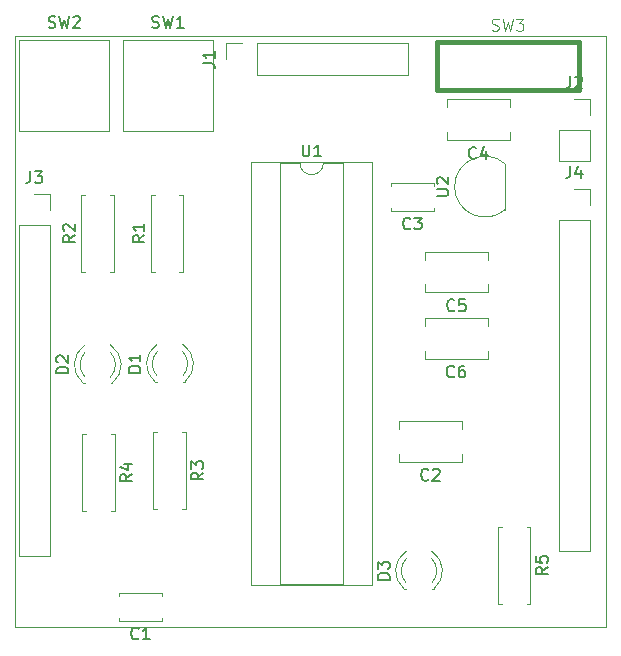
<source format=gbr>
%TF.GenerationSoftware,KiCad,Pcbnew,7.0.1*%
%TF.CreationDate,2023-04-16T18:59:37-05:00*%
%TF.ProjectId,HW4,4857342e-6b69-4636-9164-5f7063625858,rev?*%
%TF.SameCoordinates,Original*%
%TF.FileFunction,Legend,Top*%
%TF.FilePolarity,Positive*%
%FSLAX46Y46*%
G04 Gerber Fmt 4.6, Leading zero omitted, Abs format (unit mm)*
G04 Created by KiCad (PCBNEW 7.0.1) date 2023-04-16 18:59:37*
%MOMM*%
%LPD*%
G01*
G04 APERTURE LIST*
%ADD10C,0.150000*%
%ADD11C,0.100000*%
%ADD12C,0.120000*%
%ADD13C,0.400000*%
%TA.AperFunction,Profile*%
%ADD14C,0.100000*%
%TD*%
G04 APERTURE END LIST*
D10*
%TO.C,C1*%
X110423926Y-150973218D02*
X110376307Y-151020838D01*
X110376307Y-151020838D02*
X110233450Y-151068457D01*
X110233450Y-151068457D02*
X110138212Y-151068457D01*
X110138212Y-151068457D02*
X109995355Y-151020838D01*
X109995355Y-151020838D02*
X109900117Y-150925599D01*
X109900117Y-150925599D02*
X109852498Y-150830361D01*
X109852498Y-150830361D02*
X109804879Y-150639885D01*
X109804879Y-150639885D02*
X109804879Y-150497028D01*
X109804879Y-150497028D02*
X109852498Y-150306552D01*
X109852498Y-150306552D02*
X109900117Y-150211314D01*
X109900117Y-150211314D02*
X109995355Y-150116076D01*
X109995355Y-150116076D02*
X110138212Y-150068457D01*
X110138212Y-150068457D02*
X110233450Y-150068457D01*
X110233450Y-150068457D02*
X110376307Y-150116076D01*
X110376307Y-150116076D02*
X110423926Y-150163695D01*
X111376307Y-151068457D02*
X110804879Y-151068457D01*
X111090593Y-151068457D02*
X111090593Y-150068457D01*
X111090593Y-150068457D02*
X110995355Y-150211314D01*
X110995355Y-150211314D02*
X110900117Y-150306552D01*
X110900117Y-150306552D02*
X110804879Y-150354171D01*
%TO.C,U2*%
X135667432Y-113495806D02*
X136476955Y-113495806D01*
X136476955Y-113495806D02*
X136572193Y-113448187D01*
X136572193Y-113448187D02*
X136619813Y-113400568D01*
X136619813Y-113400568D02*
X136667432Y-113305330D01*
X136667432Y-113305330D02*
X136667432Y-113114854D01*
X136667432Y-113114854D02*
X136619813Y-113019616D01*
X136619813Y-113019616D02*
X136572193Y-112971997D01*
X136572193Y-112971997D02*
X136476955Y-112924378D01*
X136476955Y-112924378D02*
X135667432Y-112924378D01*
X135762670Y-112495806D02*
X135715051Y-112448187D01*
X135715051Y-112448187D02*
X135667432Y-112352949D01*
X135667432Y-112352949D02*
X135667432Y-112114854D01*
X135667432Y-112114854D02*
X135715051Y-112019616D01*
X135715051Y-112019616D02*
X135762670Y-111971997D01*
X135762670Y-111971997D02*
X135857908Y-111924378D01*
X135857908Y-111924378D02*
X135953146Y-111924378D01*
X135953146Y-111924378D02*
X136096003Y-111971997D01*
X136096003Y-111971997D02*
X136667432Y-112543425D01*
X136667432Y-112543425D02*
X136667432Y-111924378D01*
%TO.C,U1*%
X124322189Y-109172222D02*
X124322189Y-109981745D01*
X124322189Y-109981745D02*
X124369808Y-110076983D01*
X124369808Y-110076983D02*
X124417427Y-110124603D01*
X124417427Y-110124603D02*
X124512665Y-110172222D01*
X124512665Y-110172222D02*
X124703141Y-110172222D01*
X124703141Y-110172222D02*
X124798379Y-110124603D01*
X124798379Y-110124603D02*
X124845998Y-110076983D01*
X124845998Y-110076983D02*
X124893617Y-109981745D01*
X124893617Y-109981745D02*
X124893617Y-109172222D01*
X125893617Y-110172222D02*
X125322189Y-110172222D01*
X125607903Y-110172222D02*
X125607903Y-109172222D01*
X125607903Y-109172222D02*
X125512665Y-109315079D01*
X125512665Y-109315079D02*
X125417427Y-109410317D01*
X125417427Y-109410317D02*
X125322189Y-109457936D01*
D11*
%TO.C,SW3*%
X140345191Y-99475000D02*
X140488048Y-99522619D01*
X140488048Y-99522619D02*
X140726143Y-99522619D01*
X140726143Y-99522619D02*
X140821381Y-99475000D01*
X140821381Y-99475000D02*
X140869000Y-99427380D01*
X140869000Y-99427380D02*
X140916619Y-99332142D01*
X140916619Y-99332142D02*
X140916619Y-99236904D01*
X140916619Y-99236904D02*
X140869000Y-99141666D01*
X140869000Y-99141666D02*
X140821381Y-99094047D01*
X140821381Y-99094047D02*
X140726143Y-99046428D01*
X140726143Y-99046428D02*
X140535667Y-98998809D01*
X140535667Y-98998809D02*
X140440429Y-98951190D01*
X140440429Y-98951190D02*
X140392810Y-98903571D01*
X140392810Y-98903571D02*
X140345191Y-98808333D01*
X140345191Y-98808333D02*
X140345191Y-98713095D01*
X140345191Y-98713095D02*
X140392810Y-98617857D01*
X140392810Y-98617857D02*
X140440429Y-98570238D01*
X140440429Y-98570238D02*
X140535667Y-98522619D01*
X140535667Y-98522619D02*
X140773762Y-98522619D01*
X140773762Y-98522619D02*
X140916619Y-98570238D01*
X141249953Y-98522619D02*
X141488048Y-99522619D01*
X141488048Y-99522619D02*
X141678524Y-98808333D01*
X141678524Y-98808333D02*
X141869000Y-99522619D01*
X141869000Y-99522619D02*
X142107096Y-98522619D01*
X142392810Y-98522619D02*
X143011857Y-98522619D01*
X143011857Y-98522619D02*
X142678524Y-98903571D01*
X142678524Y-98903571D02*
X142821381Y-98903571D01*
X142821381Y-98903571D02*
X142916619Y-98951190D01*
X142916619Y-98951190D02*
X142964238Y-98998809D01*
X142964238Y-98998809D02*
X143011857Y-99094047D01*
X143011857Y-99094047D02*
X143011857Y-99332142D01*
X143011857Y-99332142D02*
X142964238Y-99427380D01*
X142964238Y-99427380D02*
X142916619Y-99475000D01*
X142916619Y-99475000D02*
X142821381Y-99522619D01*
X142821381Y-99522619D02*
X142535667Y-99522619D01*
X142535667Y-99522619D02*
X142440429Y-99475000D01*
X142440429Y-99475000D02*
X142392810Y-99427380D01*
D10*
%TO.C,SW2*%
X102806667Y-99245000D02*
X102949524Y-99292619D01*
X102949524Y-99292619D02*
X103187619Y-99292619D01*
X103187619Y-99292619D02*
X103282857Y-99245000D01*
X103282857Y-99245000D02*
X103330476Y-99197380D01*
X103330476Y-99197380D02*
X103378095Y-99102142D01*
X103378095Y-99102142D02*
X103378095Y-99006904D01*
X103378095Y-99006904D02*
X103330476Y-98911666D01*
X103330476Y-98911666D02*
X103282857Y-98864047D01*
X103282857Y-98864047D02*
X103187619Y-98816428D01*
X103187619Y-98816428D02*
X102997143Y-98768809D01*
X102997143Y-98768809D02*
X102901905Y-98721190D01*
X102901905Y-98721190D02*
X102854286Y-98673571D01*
X102854286Y-98673571D02*
X102806667Y-98578333D01*
X102806667Y-98578333D02*
X102806667Y-98483095D01*
X102806667Y-98483095D02*
X102854286Y-98387857D01*
X102854286Y-98387857D02*
X102901905Y-98340238D01*
X102901905Y-98340238D02*
X102997143Y-98292619D01*
X102997143Y-98292619D02*
X103235238Y-98292619D01*
X103235238Y-98292619D02*
X103378095Y-98340238D01*
X103711429Y-98292619D02*
X103949524Y-99292619D01*
X103949524Y-99292619D02*
X104140000Y-98578333D01*
X104140000Y-98578333D02*
X104330476Y-99292619D01*
X104330476Y-99292619D02*
X104568572Y-98292619D01*
X104901905Y-98387857D02*
X104949524Y-98340238D01*
X104949524Y-98340238D02*
X105044762Y-98292619D01*
X105044762Y-98292619D02*
X105282857Y-98292619D01*
X105282857Y-98292619D02*
X105378095Y-98340238D01*
X105378095Y-98340238D02*
X105425714Y-98387857D01*
X105425714Y-98387857D02*
X105473333Y-98483095D01*
X105473333Y-98483095D02*
X105473333Y-98578333D01*
X105473333Y-98578333D02*
X105425714Y-98721190D01*
X105425714Y-98721190D02*
X104854286Y-99292619D01*
X104854286Y-99292619D02*
X105473333Y-99292619D01*
%TO.C,SW1*%
X111573815Y-99241996D02*
X111716672Y-99289615D01*
X111716672Y-99289615D02*
X111954767Y-99289615D01*
X111954767Y-99289615D02*
X112050005Y-99241996D01*
X112050005Y-99241996D02*
X112097624Y-99194376D01*
X112097624Y-99194376D02*
X112145243Y-99099138D01*
X112145243Y-99099138D02*
X112145243Y-99003900D01*
X112145243Y-99003900D02*
X112097624Y-98908662D01*
X112097624Y-98908662D02*
X112050005Y-98861043D01*
X112050005Y-98861043D02*
X111954767Y-98813424D01*
X111954767Y-98813424D02*
X111764291Y-98765805D01*
X111764291Y-98765805D02*
X111669053Y-98718186D01*
X111669053Y-98718186D02*
X111621434Y-98670567D01*
X111621434Y-98670567D02*
X111573815Y-98575329D01*
X111573815Y-98575329D02*
X111573815Y-98480091D01*
X111573815Y-98480091D02*
X111621434Y-98384853D01*
X111621434Y-98384853D02*
X111669053Y-98337234D01*
X111669053Y-98337234D02*
X111764291Y-98289615D01*
X111764291Y-98289615D02*
X112002386Y-98289615D01*
X112002386Y-98289615D02*
X112145243Y-98337234D01*
X112478577Y-98289615D02*
X112716672Y-99289615D01*
X112716672Y-99289615D02*
X112907148Y-98575329D01*
X112907148Y-98575329D02*
X113097624Y-99289615D01*
X113097624Y-99289615D02*
X113335720Y-98289615D01*
X114240481Y-99289615D02*
X113669053Y-99289615D01*
X113954767Y-99289615D02*
X113954767Y-98289615D01*
X113954767Y-98289615D02*
X113859529Y-98432472D01*
X113859529Y-98432472D02*
X113764291Y-98527710D01*
X113764291Y-98527710D02*
X113669053Y-98575329D01*
%TO.C,R5*%
X145072619Y-144946666D02*
X144596428Y-145279999D01*
X145072619Y-145518094D02*
X144072619Y-145518094D01*
X144072619Y-145518094D02*
X144072619Y-145137142D01*
X144072619Y-145137142D02*
X144120238Y-145041904D01*
X144120238Y-145041904D02*
X144167857Y-144994285D01*
X144167857Y-144994285D02*
X144263095Y-144946666D01*
X144263095Y-144946666D02*
X144405952Y-144946666D01*
X144405952Y-144946666D02*
X144501190Y-144994285D01*
X144501190Y-144994285D02*
X144548809Y-145041904D01*
X144548809Y-145041904D02*
X144596428Y-145137142D01*
X144596428Y-145137142D02*
X144596428Y-145518094D01*
X144072619Y-144041904D02*
X144072619Y-144518094D01*
X144072619Y-144518094D02*
X144548809Y-144565713D01*
X144548809Y-144565713D02*
X144501190Y-144518094D01*
X144501190Y-144518094D02*
X144453571Y-144422856D01*
X144453571Y-144422856D02*
X144453571Y-144184761D01*
X144453571Y-144184761D02*
X144501190Y-144089523D01*
X144501190Y-144089523D02*
X144548809Y-144041904D01*
X144548809Y-144041904D02*
X144644047Y-143994285D01*
X144644047Y-143994285D02*
X144882142Y-143994285D01*
X144882142Y-143994285D02*
X144977380Y-144041904D01*
X144977380Y-144041904D02*
X145025000Y-144089523D01*
X145025000Y-144089523D02*
X145072619Y-144184761D01*
X145072619Y-144184761D02*
X145072619Y-144422856D01*
X145072619Y-144422856D02*
X145025000Y-144518094D01*
X145025000Y-144518094D02*
X144977380Y-144565713D01*
%TO.C,R4*%
X109871394Y-137086970D02*
X109395203Y-137420303D01*
X109871394Y-137658398D02*
X108871394Y-137658398D01*
X108871394Y-137658398D02*
X108871394Y-137277446D01*
X108871394Y-137277446D02*
X108919013Y-137182208D01*
X108919013Y-137182208D02*
X108966632Y-137134589D01*
X108966632Y-137134589D02*
X109061870Y-137086970D01*
X109061870Y-137086970D02*
X109204727Y-137086970D01*
X109204727Y-137086970D02*
X109299965Y-137134589D01*
X109299965Y-137134589D02*
X109347584Y-137182208D01*
X109347584Y-137182208D02*
X109395203Y-137277446D01*
X109395203Y-137277446D02*
X109395203Y-137658398D01*
X109204727Y-136229827D02*
X109871394Y-136229827D01*
X108823775Y-136467922D02*
X109538060Y-136706017D01*
X109538060Y-136706017D02*
X109538060Y-136086970D01*
%TO.C,R3*%
X115895025Y-136942258D02*
X115418834Y-137275591D01*
X115895025Y-137513686D02*
X114895025Y-137513686D01*
X114895025Y-137513686D02*
X114895025Y-137132734D01*
X114895025Y-137132734D02*
X114942644Y-137037496D01*
X114942644Y-137037496D02*
X114990263Y-136989877D01*
X114990263Y-136989877D02*
X115085501Y-136942258D01*
X115085501Y-136942258D02*
X115228358Y-136942258D01*
X115228358Y-136942258D02*
X115323596Y-136989877D01*
X115323596Y-136989877D02*
X115371215Y-137037496D01*
X115371215Y-137037496D02*
X115418834Y-137132734D01*
X115418834Y-137132734D02*
X115418834Y-137513686D01*
X114895025Y-136608924D02*
X114895025Y-135989877D01*
X114895025Y-135989877D02*
X115275977Y-136323210D01*
X115275977Y-136323210D02*
X115275977Y-136180353D01*
X115275977Y-136180353D02*
X115323596Y-136085115D01*
X115323596Y-136085115D02*
X115371215Y-136037496D01*
X115371215Y-136037496D02*
X115466453Y-135989877D01*
X115466453Y-135989877D02*
X115704548Y-135989877D01*
X115704548Y-135989877D02*
X115799786Y-136037496D01*
X115799786Y-136037496D02*
X115847406Y-136085115D01*
X115847406Y-136085115D02*
X115895025Y-136180353D01*
X115895025Y-136180353D02*
X115895025Y-136466067D01*
X115895025Y-136466067D02*
X115847406Y-136561305D01*
X115847406Y-136561305D02*
X115799786Y-136608924D01*
%TO.C,R2*%
X105030403Y-116851407D02*
X104554212Y-117184740D01*
X105030403Y-117422835D02*
X104030403Y-117422835D01*
X104030403Y-117422835D02*
X104030403Y-117041883D01*
X104030403Y-117041883D02*
X104078022Y-116946645D01*
X104078022Y-116946645D02*
X104125641Y-116899026D01*
X104125641Y-116899026D02*
X104220879Y-116851407D01*
X104220879Y-116851407D02*
X104363736Y-116851407D01*
X104363736Y-116851407D02*
X104458974Y-116899026D01*
X104458974Y-116899026D02*
X104506593Y-116946645D01*
X104506593Y-116946645D02*
X104554212Y-117041883D01*
X104554212Y-117041883D02*
X104554212Y-117422835D01*
X104125641Y-116470454D02*
X104078022Y-116422835D01*
X104078022Y-116422835D02*
X104030403Y-116327597D01*
X104030403Y-116327597D02*
X104030403Y-116089502D01*
X104030403Y-116089502D02*
X104078022Y-115994264D01*
X104078022Y-115994264D02*
X104125641Y-115946645D01*
X104125641Y-115946645D02*
X104220879Y-115899026D01*
X104220879Y-115899026D02*
X104316117Y-115899026D01*
X104316117Y-115899026D02*
X104458974Y-115946645D01*
X104458974Y-115946645D02*
X105030403Y-116518073D01*
X105030403Y-116518073D02*
X105030403Y-115899026D01*
%TO.C,R1*%
X110927411Y-116851407D02*
X110451220Y-117184740D01*
X110927411Y-117422835D02*
X109927411Y-117422835D01*
X109927411Y-117422835D02*
X109927411Y-117041883D01*
X109927411Y-117041883D02*
X109975030Y-116946645D01*
X109975030Y-116946645D02*
X110022649Y-116899026D01*
X110022649Y-116899026D02*
X110117887Y-116851407D01*
X110117887Y-116851407D02*
X110260744Y-116851407D01*
X110260744Y-116851407D02*
X110355982Y-116899026D01*
X110355982Y-116899026D02*
X110403601Y-116946645D01*
X110403601Y-116946645D02*
X110451220Y-117041883D01*
X110451220Y-117041883D02*
X110451220Y-117422835D01*
X110927411Y-115899026D02*
X110927411Y-116470454D01*
X110927411Y-116184740D02*
X109927411Y-116184740D01*
X109927411Y-116184740D02*
X110070268Y-116279978D01*
X110070268Y-116279978D02*
X110165506Y-116375216D01*
X110165506Y-116375216D02*
X110213125Y-116470454D01*
%TO.C,J4*%
X146986666Y-110992619D02*
X146986666Y-111706904D01*
X146986666Y-111706904D02*
X146939047Y-111849761D01*
X146939047Y-111849761D02*
X146843809Y-111945000D01*
X146843809Y-111945000D02*
X146700952Y-111992619D01*
X146700952Y-111992619D02*
X146605714Y-111992619D01*
X147891428Y-111325952D02*
X147891428Y-111992619D01*
X147653333Y-110945000D02*
X147415238Y-111659285D01*
X147415238Y-111659285D02*
X148034285Y-111659285D01*
%TO.C,J3*%
X101262160Y-111416208D02*
X101262160Y-112130493D01*
X101262160Y-112130493D02*
X101214541Y-112273350D01*
X101214541Y-112273350D02*
X101119303Y-112368589D01*
X101119303Y-112368589D02*
X100976446Y-112416208D01*
X100976446Y-112416208D02*
X100881208Y-112416208D01*
X101643113Y-111416208D02*
X102262160Y-111416208D01*
X102262160Y-111416208D02*
X101928827Y-111797160D01*
X101928827Y-111797160D02*
X102071684Y-111797160D01*
X102071684Y-111797160D02*
X102166922Y-111844779D01*
X102166922Y-111844779D02*
X102214541Y-111892398D01*
X102214541Y-111892398D02*
X102262160Y-111987636D01*
X102262160Y-111987636D02*
X102262160Y-112225731D01*
X102262160Y-112225731D02*
X102214541Y-112320969D01*
X102214541Y-112320969D02*
X102166922Y-112368589D01*
X102166922Y-112368589D02*
X102071684Y-112416208D01*
X102071684Y-112416208D02*
X101785970Y-112416208D01*
X101785970Y-112416208D02*
X101690732Y-112368589D01*
X101690732Y-112368589D02*
X101643113Y-112320969D01*
%TO.C,J2*%
X146986666Y-103372619D02*
X146986666Y-104086904D01*
X146986666Y-104086904D02*
X146939047Y-104229761D01*
X146939047Y-104229761D02*
X146843809Y-104325000D01*
X146843809Y-104325000D02*
X146700952Y-104372619D01*
X146700952Y-104372619D02*
X146605714Y-104372619D01*
X147415238Y-103467857D02*
X147462857Y-103420238D01*
X147462857Y-103420238D02*
X147558095Y-103372619D01*
X147558095Y-103372619D02*
X147796190Y-103372619D01*
X147796190Y-103372619D02*
X147891428Y-103420238D01*
X147891428Y-103420238D02*
X147939047Y-103467857D01*
X147939047Y-103467857D02*
X147986666Y-103563095D01*
X147986666Y-103563095D02*
X147986666Y-103658333D01*
X147986666Y-103658333D02*
X147939047Y-103801190D01*
X147939047Y-103801190D02*
X147367619Y-104372619D01*
X147367619Y-104372619D02*
X147986666Y-104372619D01*
%TO.C,J1*%
X115861558Y-102271016D02*
X116575843Y-102271016D01*
X116575843Y-102271016D02*
X116718700Y-102318635D01*
X116718700Y-102318635D02*
X116813939Y-102413873D01*
X116813939Y-102413873D02*
X116861558Y-102556730D01*
X116861558Y-102556730D02*
X116861558Y-102651968D01*
X116861558Y-101271016D02*
X116861558Y-101842444D01*
X116861558Y-101556730D02*
X115861558Y-101556730D01*
X115861558Y-101556730D02*
X116004415Y-101651968D01*
X116004415Y-101651968D02*
X116099653Y-101747206D01*
X116099653Y-101747206D02*
X116147272Y-101842444D01*
%TO.C,D3*%
X131674933Y-145992178D02*
X130674933Y-145992178D01*
X130674933Y-145992178D02*
X130674933Y-145754083D01*
X130674933Y-145754083D02*
X130722552Y-145611226D01*
X130722552Y-145611226D02*
X130817790Y-145515988D01*
X130817790Y-145515988D02*
X130913028Y-145468369D01*
X130913028Y-145468369D02*
X131103504Y-145420750D01*
X131103504Y-145420750D02*
X131246361Y-145420750D01*
X131246361Y-145420750D02*
X131436837Y-145468369D01*
X131436837Y-145468369D02*
X131532075Y-145515988D01*
X131532075Y-145515988D02*
X131627314Y-145611226D01*
X131627314Y-145611226D02*
X131674933Y-145754083D01*
X131674933Y-145754083D02*
X131674933Y-145992178D01*
X130674933Y-145087416D02*
X130674933Y-144468369D01*
X130674933Y-144468369D02*
X131055885Y-144801702D01*
X131055885Y-144801702D02*
X131055885Y-144658845D01*
X131055885Y-144658845D02*
X131103504Y-144563607D01*
X131103504Y-144563607D02*
X131151123Y-144515988D01*
X131151123Y-144515988D02*
X131246361Y-144468369D01*
X131246361Y-144468369D02*
X131484456Y-144468369D01*
X131484456Y-144468369D02*
X131579694Y-144515988D01*
X131579694Y-144515988D02*
X131627314Y-144563607D01*
X131627314Y-144563607D02*
X131674933Y-144658845D01*
X131674933Y-144658845D02*
X131674933Y-144944559D01*
X131674933Y-144944559D02*
X131627314Y-145039797D01*
X131627314Y-145039797D02*
X131579694Y-145087416D01*
%TO.C,D2*%
X104476581Y-128543787D02*
X103476581Y-128543787D01*
X103476581Y-128543787D02*
X103476581Y-128305692D01*
X103476581Y-128305692D02*
X103524200Y-128162835D01*
X103524200Y-128162835D02*
X103619438Y-128067597D01*
X103619438Y-128067597D02*
X103714676Y-128019978D01*
X103714676Y-128019978D02*
X103905152Y-127972359D01*
X103905152Y-127972359D02*
X104048009Y-127972359D01*
X104048009Y-127972359D02*
X104238485Y-128019978D01*
X104238485Y-128019978D02*
X104333723Y-128067597D01*
X104333723Y-128067597D02*
X104428962Y-128162835D01*
X104428962Y-128162835D02*
X104476581Y-128305692D01*
X104476581Y-128305692D02*
X104476581Y-128543787D01*
X103571819Y-127591406D02*
X103524200Y-127543787D01*
X103524200Y-127543787D02*
X103476581Y-127448549D01*
X103476581Y-127448549D02*
X103476581Y-127210454D01*
X103476581Y-127210454D02*
X103524200Y-127115216D01*
X103524200Y-127115216D02*
X103571819Y-127067597D01*
X103571819Y-127067597D02*
X103667057Y-127019978D01*
X103667057Y-127019978D02*
X103762295Y-127019978D01*
X103762295Y-127019978D02*
X103905152Y-127067597D01*
X103905152Y-127067597D02*
X104476581Y-127639025D01*
X104476581Y-127639025D02*
X104476581Y-127019978D01*
%TO.C,D1*%
X110590657Y-128471431D02*
X109590657Y-128471431D01*
X109590657Y-128471431D02*
X109590657Y-128233336D01*
X109590657Y-128233336D02*
X109638276Y-128090479D01*
X109638276Y-128090479D02*
X109733514Y-127995241D01*
X109733514Y-127995241D02*
X109828752Y-127947622D01*
X109828752Y-127947622D02*
X110019228Y-127900003D01*
X110019228Y-127900003D02*
X110162085Y-127900003D01*
X110162085Y-127900003D02*
X110352561Y-127947622D01*
X110352561Y-127947622D02*
X110447799Y-127995241D01*
X110447799Y-127995241D02*
X110543038Y-128090479D01*
X110543038Y-128090479D02*
X110590657Y-128233336D01*
X110590657Y-128233336D02*
X110590657Y-128471431D01*
X110590657Y-126947622D02*
X110590657Y-127519050D01*
X110590657Y-127233336D02*
X109590657Y-127233336D01*
X109590657Y-127233336D02*
X109733514Y-127328574D01*
X109733514Y-127328574D02*
X109828752Y-127423812D01*
X109828752Y-127423812D02*
X109876371Y-127519050D01*
%TO.C,C6*%
X137152413Y-128780807D02*
X137104794Y-128828427D01*
X137104794Y-128828427D02*
X136961937Y-128876046D01*
X136961937Y-128876046D02*
X136866699Y-128876046D01*
X136866699Y-128876046D02*
X136723842Y-128828427D01*
X136723842Y-128828427D02*
X136628604Y-128733188D01*
X136628604Y-128733188D02*
X136580985Y-128637950D01*
X136580985Y-128637950D02*
X136533366Y-128447474D01*
X136533366Y-128447474D02*
X136533366Y-128304617D01*
X136533366Y-128304617D02*
X136580985Y-128114141D01*
X136580985Y-128114141D02*
X136628604Y-128018903D01*
X136628604Y-128018903D02*
X136723842Y-127923665D01*
X136723842Y-127923665D02*
X136866699Y-127876046D01*
X136866699Y-127876046D02*
X136961937Y-127876046D01*
X136961937Y-127876046D02*
X137104794Y-127923665D01*
X137104794Y-127923665D02*
X137152413Y-127971284D01*
X138009556Y-127876046D02*
X137819080Y-127876046D01*
X137819080Y-127876046D02*
X137723842Y-127923665D01*
X137723842Y-127923665D02*
X137676223Y-127971284D01*
X137676223Y-127971284D02*
X137580985Y-128114141D01*
X137580985Y-128114141D02*
X137533366Y-128304617D01*
X137533366Y-128304617D02*
X137533366Y-128685569D01*
X137533366Y-128685569D02*
X137580985Y-128780807D01*
X137580985Y-128780807D02*
X137628604Y-128828427D01*
X137628604Y-128828427D02*
X137723842Y-128876046D01*
X137723842Y-128876046D02*
X137914318Y-128876046D01*
X137914318Y-128876046D02*
X138009556Y-128828427D01*
X138009556Y-128828427D02*
X138057175Y-128780807D01*
X138057175Y-128780807D02*
X138104794Y-128685569D01*
X138104794Y-128685569D02*
X138104794Y-128447474D01*
X138104794Y-128447474D02*
X138057175Y-128352236D01*
X138057175Y-128352236D02*
X138009556Y-128304617D01*
X138009556Y-128304617D02*
X137914318Y-128256998D01*
X137914318Y-128256998D02*
X137723842Y-128256998D01*
X137723842Y-128256998D02*
X137628604Y-128304617D01*
X137628604Y-128304617D02*
X137580985Y-128352236D01*
X137580985Y-128352236D02*
X137533366Y-128447474D01*
%TO.C,C5*%
X137170502Y-123173223D02*
X137122883Y-123220843D01*
X137122883Y-123220843D02*
X136980026Y-123268462D01*
X136980026Y-123268462D02*
X136884788Y-123268462D01*
X136884788Y-123268462D02*
X136741931Y-123220843D01*
X136741931Y-123220843D02*
X136646693Y-123125604D01*
X136646693Y-123125604D02*
X136599074Y-123030366D01*
X136599074Y-123030366D02*
X136551455Y-122839890D01*
X136551455Y-122839890D02*
X136551455Y-122697033D01*
X136551455Y-122697033D02*
X136599074Y-122506557D01*
X136599074Y-122506557D02*
X136646693Y-122411319D01*
X136646693Y-122411319D02*
X136741931Y-122316081D01*
X136741931Y-122316081D02*
X136884788Y-122268462D01*
X136884788Y-122268462D02*
X136980026Y-122268462D01*
X136980026Y-122268462D02*
X137122883Y-122316081D01*
X137122883Y-122316081D02*
X137170502Y-122363700D01*
X138075264Y-122268462D02*
X137599074Y-122268462D01*
X137599074Y-122268462D02*
X137551455Y-122744652D01*
X137551455Y-122744652D02*
X137599074Y-122697033D01*
X137599074Y-122697033D02*
X137694312Y-122649414D01*
X137694312Y-122649414D02*
X137932407Y-122649414D01*
X137932407Y-122649414D02*
X138027645Y-122697033D01*
X138027645Y-122697033D02*
X138075264Y-122744652D01*
X138075264Y-122744652D02*
X138122883Y-122839890D01*
X138122883Y-122839890D02*
X138122883Y-123077985D01*
X138122883Y-123077985D02*
X138075264Y-123173223D01*
X138075264Y-123173223D02*
X138027645Y-123220843D01*
X138027645Y-123220843D02*
X137932407Y-123268462D01*
X137932407Y-123268462D02*
X137694312Y-123268462D01*
X137694312Y-123268462D02*
X137599074Y-123220843D01*
X137599074Y-123220843D02*
X137551455Y-123173223D01*
%TO.C,C4*%
X139015578Y-110281787D02*
X138967959Y-110329407D01*
X138967959Y-110329407D02*
X138825102Y-110377026D01*
X138825102Y-110377026D02*
X138729864Y-110377026D01*
X138729864Y-110377026D02*
X138587007Y-110329407D01*
X138587007Y-110329407D02*
X138491769Y-110234168D01*
X138491769Y-110234168D02*
X138444150Y-110138930D01*
X138444150Y-110138930D02*
X138396531Y-109948454D01*
X138396531Y-109948454D02*
X138396531Y-109805597D01*
X138396531Y-109805597D02*
X138444150Y-109615121D01*
X138444150Y-109615121D02*
X138491769Y-109519883D01*
X138491769Y-109519883D02*
X138587007Y-109424645D01*
X138587007Y-109424645D02*
X138729864Y-109377026D01*
X138729864Y-109377026D02*
X138825102Y-109377026D01*
X138825102Y-109377026D02*
X138967959Y-109424645D01*
X138967959Y-109424645D02*
X139015578Y-109472264D01*
X139872721Y-109710359D02*
X139872721Y-110377026D01*
X139634626Y-109329407D02*
X139396531Y-110043692D01*
X139396531Y-110043692D02*
X140015578Y-110043692D01*
%TO.C,C3*%
X133435486Y-116258906D02*
X133387867Y-116306526D01*
X133387867Y-116306526D02*
X133245010Y-116354145D01*
X133245010Y-116354145D02*
X133149772Y-116354145D01*
X133149772Y-116354145D02*
X133006915Y-116306526D01*
X133006915Y-116306526D02*
X132911677Y-116211287D01*
X132911677Y-116211287D02*
X132864058Y-116116049D01*
X132864058Y-116116049D02*
X132816439Y-115925573D01*
X132816439Y-115925573D02*
X132816439Y-115782716D01*
X132816439Y-115782716D02*
X132864058Y-115592240D01*
X132864058Y-115592240D02*
X132911677Y-115497002D01*
X132911677Y-115497002D02*
X133006915Y-115401764D01*
X133006915Y-115401764D02*
X133149772Y-115354145D01*
X133149772Y-115354145D02*
X133245010Y-115354145D01*
X133245010Y-115354145D02*
X133387867Y-115401764D01*
X133387867Y-115401764D02*
X133435486Y-115449383D01*
X133768820Y-115354145D02*
X134387867Y-115354145D01*
X134387867Y-115354145D02*
X134054534Y-115735097D01*
X134054534Y-115735097D02*
X134197391Y-115735097D01*
X134197391Y-115735097D02*
X134292629Y-115782716D01*
X134292629Y-115782716D02*
X134340248Y-115830335D01*
X134340248Y-115830335D02*
X134387867Y-115925573D01*
X134387867Y-115925573D02*
X134387867Y-116163668D01*
X134387867Y-116163668D02*
X134340248Y-116258906D01*
X134340248Y-116258906D02*
X134292629Y-116306526D01*
X134292629Y-116306526D02*
X134197391Y-116354145D01*
X134197391Y-116354145D02*
X133911677Y-116354145D01*
X133911677Y-116354145D02*
X133816439Y-116306526D01*
X133816439Y-116306526D02*
X133768820Y-116258906D01*
%TO.C,C2*%
X134963646Y-137517785D02*
X134916027Y-137565405D01*
X134916027Y-137565405D02*
X134773170Y-137613024D01*
X134773170Y-137613024D02*
X134677932Y-137613024D01*
X134677932Y-137613024D02*
X134535075Y-137565405D01*
X134535075Y-137565405D02*
X134439837Y-137470166D01*
X134439837Y-137470166D02*
X134392218Y-137374928D01*
X134392218Y-137374928D02*
X134344599Y-137184452D01*
X134344599Y-137184452D02*
X134344599Y-137041595D01*
X134344599Y-137041595D02*
X134392218Y-136851119D01*
X134392218Y-136851119D02*
X134439837Y-136755881D01*
X134439837Y-136755881D02*
X134535075Y-136660643D01*
X134535075Y-136660643D02*
X134677932Y-136613024D01*
X134677932Y-136613024D02*
X134773170Y-136613024D01*
X134773170Y-136613024D02*
X134916027Y-136660643D01*
X134916027Y-136660643D02*
X134963646Y-136708262D01*
X135344599Y-136708262D02*
X135392218Y-136660643D01*
X135392218Y-136660643D02*
X135487456Y-136613024D01*
X135487456Y-136613024D02*
X135725551Y-136613024D01*
X135725551Y-136613024D02*
X135820789Y-136660643D01*
X135820789Y-136660643D02*
X135868408Y-136708262D01*
X135868408Y-136708262D02*
X135916027Y-136803500D01*
X135916027Y-136803500D02*
X135916027Y-136898738D01*
X135916027Y-136898738D02*
X135868408Y-137041595D01*
X135868408Y-137041595D02*
X135296980Y-137613024D01*
X135296980Y-137613024D02*
X135916027Y-137613024D01*
D12*
%TO.C,C1*%
X112410593Y-149475838D02*
X108770593Y-149475838D01*
X112410593Y-147135838D02*
X108770593Y-147135838D01*
X112410593Y-147380838D02*
X112410593Y-147135838D01*
X108770593Y-147380838D02*
X108770593Y-147135838D01*
X108770593Y-149475838D02*
X108770593Y-149230838D01*
X112410593Y-149475838D02*
X112410593Y-149230838D01*
%TO.C,U2*%
X141464813Y-114673902D02*
X141464813Y-110823902D01*
X141454935Y-110785291D02*
G75*
G03*
X141464813Y-114673902I-1690122J-1948611D01*
G01*
%TO.C,U1*%
X122434094Y-146389603D02*
X127734094Y-146389603D01*
X130224094Y-110649603D02*
X119944094Y-110649603D01*
X130224094Y-146449603D02*
X130224094Y-110649603D01*
X127734094Y-110709603D02*
X126084094Y-110709603D01*
X119944094Y-146449603D02*
X130224094Y-146449603D01*
X127734094Y-146389603D02*
X127734094Y-110709603D01*
X122434094Y-110709603D02*
X122434094Y-146389603D01*
X124084094Y-110709603D02*
X122434094Y-110709603D01*
X119944094Y-110649603D02*
X119944094Y-146449603D01*
X124084094Y-110709603D02*
G75*
G03*
X126084094Y-110709603I1000000J0D01*
G01*
D13*
%TO.C,SW3*%
X135678524Y-100524073D02*
X135678524Y-104524073D01*
X135678524Y-104524073D02*
X147678524Y-104524073D01*
X147678524Y-100524073D02*
X135678524Y-100524073D01*
X147678524Y-104524073D02*
X147678524Y-100524073D01*
D12*
%TO.C,SW2*%
X100315000Y-100300000D02*
X100315000Y-108010000D01*
X100315000Y-100300000D02*
X107965000Y-100300000D01*
X100315000Y-108010000D02*
X107965000Y-108010000D01*
X107965000Y-100300000D02*
X107965000Y-108010000D01*
%TO.C,SW1*%
X109082148Y-100296996D02*
X109082148Y-108006996D01*
X109082148Y-100296996D02*
X116732148Y-100296996D01*
X109082148Y-108006996D02*
X116732148Y-108006996D01*
X116732148Y-100296996D02*
X116732148Y-108006996D01*
%TO.C,R5*%
X140870000Y-148050000D02*
X141200000Y-148050000D01*
X143610000Y-141510000D02*
X143610000Y-148050000D01*
X140870000Y-141510000D02*
X140870000Y-148050000D01*
X141200000Y-141510000D02*
X140870000Y-141510000D01*
X143280000Y-141510000D02*
X143610000Y-141510000D01*
X143610000Y-148050000D02*
X143280000Y-148050000D01*
%TO.C,R4*%
X108408775Y-140190304D02*
X108078775Y-140190304D01*
X108078775Y-133650304D02*
X108408775Y-133650304D01*
X105998775Y-133650304D02*
X105668775Y-133650304D01*
X105668775Y-133650304D02*
X105668775Y-140190304D01*
X108408775Y-133650304D02*
X108408775Y-140190304D01*
X105668775Y-140190304D02*
X105998775Y-140190304D01*
%TO.C,R3*%
X111692406Y-140045592D02*
X112022406Y-140045592D01*
X114432406Y-133505592D02*
X114432406Y-140045592D01*
X111692406Y-133505592D02*
X111692406Y-140045592D01*
X112022406Y-133505592D02*
X111692406Y-133505592D01*
X114102406Y-133505592D02*
X114432406Y-133505592D01*
X114432406Y-140045592D02*
X114102406Y-140045592D01*
%TO.C,R2*%
X105567784Y-113414741D02*
X105897784Y-113414741D01*
X105897784Y-119954741D02*
X105567784Y-119954741D01*
X107977784Y-119954741D02*
X108307784Y-119954741D01*
X108307784Y-119954741D02*
X108307784Y-113414741D01*
X105567784Y-119954741D02*
X105567784Y-113414741D01*
X108307784Y-113414741D02*
X107977784Y-113414741D01*
%TO.C,R1*%
X111464792Y-113414741D02*
X111794792Y-113414741D01*
X111794792Y-119954741D02*
X111464792Y-119954741D01*
X113874792Y-119954741D02*
X114204792Y-119954741D01*
X114204792Y-119954741D02*
X114204792Y-113414741D01*
X111464792Y-119954741D02*
X111464792Y-113414741D01*
X114204792Y-113414741D02*
X113874792Y-113414741D01*
%TO.C,J4*%
X147320000Y-112970000D02*
X148650000Y-112970000D01*
X145990000Y-115570000D02*
X145990000Y-143570000D01*
X145990000Y-143570000D02*
X148650000Y-143570000D01*
X145990000Y-115570000D02*
X148650000Y-115570000D01*
X148650000Y-115570000D02*
X148650000Y-143570000D01*
X148650000Y-112970000D02*
X148650000Y-114300000D01*
%TO.C,J3*%
X101595494Y-113393589D02*
X102925494Y-113393589D01*
X100265494Y-115993589D02*
X100265494Y-143993589D01*
X100265494Y-143993589D02*
X102925494Y-143993589D01*
X100265494Y-115993589D02*
X102925494Y-115993589D01*
X102925494Y-115993589D02*
X102925494Y-143993589D01*
X102925494Y-113393589D02*
X102925494Y-114723589D01*
%TO.C,J2*%
X145990000Y-107950000D02*
X145990000Y-110550000D01*
X148650000Y-107950000D02*
X148650000Y-110550000D01*
X145990000Y-107950000D02*
X148650000Y-107950000D01*
X147320000Y-105350000D02*
X148650000Y-105350000D01*
X148650000Y-105350000D02*
X148650000Y-106680000D01*
X145990000Y-110550000D02*
X148650000Y-110550000D01*
%TO.C,J1*%
X133198939Y-103267683D02*
X133198939Y-100607683D01*
X120438939Y-103267683D02*
X133198939Y-103267683D01*
X117838939Y-100607683D02*
X119168939Y-100607683D01*
X120438939Y-100607683D02*
X133198939Y-100607683D01*
X120438939Y-103267683D02*
X120438939Y-100607683D01*
X117838939Y-101937683D02*
X117838939Y-100607683D01*
%TO.C,D3*%
X132936314Y-146814084D02*
X133092314Y-146814084D01*
X135252314Y-146814084D02*
X135408314Y-146814084D01*
X133092478Y-144212955D02*
G75*
G03*
X133092315Y-146295044I1079836J-1041129D01*
G01*
X135407829Y-146814083D02*
G75*
G03*
X135250922Y-143581750I-1235515J1559999D01*
G01*
X135252313Y-146295044D02*
G75*
G03*
X135252150Y-144212955I-1079999J1040960D01*
G01*
X133093706Y-143581750D02*
G75*
G03*
X132936799Y-146814083I1078608J-1672334D01*
G01*
%TO.C,D2*%
X105737962Y-129365693D02*
X105893962Y-129365693D01*
X108053962Y-129365693D02*
X108209962Y-129365693D01*
X105894126Y-126764564D02*
G75*
G03*
X105893963Y-128846653I1079836J-1041129D01*
G01*
X108209477Y-129365692D02*
G75*
G03*
X108052570Y-126133359I-1235515J1559999D01*
G01*
X108053961Y-128846653D02*
G75*
G03*
X108053798Y-126764564I-1079999J1040960D01*
G01*
X105895354Y-126133359D02*
G75*
G03*
X105738447Y-129365692I1078608J-1672334D01*
G01*
%TO.C,D1*%
X111852038Y-129293337D02*
X112008038Y-129293337D01*
X114168038Y-129293337D02*
X114324038Y-129293337D01*
X112008202Y-126692208D02*
G75*
G03*
X112008039Y-128774297I1079836J-1041129D01*
G01*
X114323553Y-129293336D02*
G75*
G03*
X114166646Y-126061003I-1235515J1559999D01*
G01*
X114168037Y-128774297D02*
G75*
G03*
X114167874Y-126692208I-1079999J1040960D01*
G01*
X112009430Y-126061003D02*
G75*
G03*
X111852523Y-129293336I1078608J-1672334D01*
G01*
%TO.C,C6*%
X139989080Y-127284427D02*
X139989080Y-126618427D01*
X134649080Y-127284427D02*
X134649080Y-126618427D01*
X134649080Y-124508427D02*
X134649080Y-123842427D01*
X139989080Y-127284427D02*
X134649080Y-127284427D01*
X139989080Y-124508427D02*
X139989080Y-123842427D01*
X139989080Y-123842427D02*
X134649080Y-123842427D01*
%TO.C,C5*%
X140007169Y-118234843D02*
X134667169Y-118234843D01*
X140007169Y-118900843D02*
X140007169Y-118234843D01*
X140007169Y-121676843D02*
X134667169Y-121676843D01*
X134667169Y-118900843D02*
X134667169Y-118234843D01*
X134667169Y-121676843D02*
X134667169Y-121010843D01*
X140007169Y-121676843D02*
X140007169Y-121010843D01*
%TO.C,C4*%
X141852245Y-108785407D02*
X141852245Y-108119407D01*
X136512245Y-108785407D02*
X136512245Y-108119407D01*
X136512245Y-106009407D02*
X136512245Y-105343407D01*
X141852245Y-108785407D02*
X136512245Y-108785407D01*
X141852245Y-106009407D02*
X141852245Y-105343407D01*
X141852245Y-105343407D02*
X136512245Y-105343407D01*
%TO.C,C3*%
X135422153Y-114761526D02*
X135422153Y-114516526D01*
X131782153Y-114761526D02*
X131782153Y-114516526D01*
X131782153Y-112666526D02*
X131782153Y-112421526D01*
X135422153Y-112666526D02*
X135422153Y-112421526D01*
X135422153Y-112421526D02*
X131782153Y-112421526D01*
X135422153Y-114761526D02*
X131782153Y-114761526D01*
%TO.C,C2*%
X137800313Y-132579405D02*
X132460313Y-132579405D01*
X137800313Y-133245405D02*
X137800313Y-132579405D01*
X137800313Y-136021405D02*
X132460313Y-136021405D01*
X132460313Y-133245405D02*
X132460313Y-132579405D01*
X132460313Y-136021405D02*
X132460313Y-135355405D01*
X137800313Y-136021405D02*
X137800313Y-135355405D01*
%TD*%
D14*
X150000000Y-100000000D02*
X100000000Y-100000000D01*
X150000000Y-150000000D02*
X150000000Y-100000000D01*
X100000000Y-150000000D02*
X150000000Y-150000000D01*
X100000000Y-100000000D02*
X100000000Y-150000000D01*
M02*

</source>
